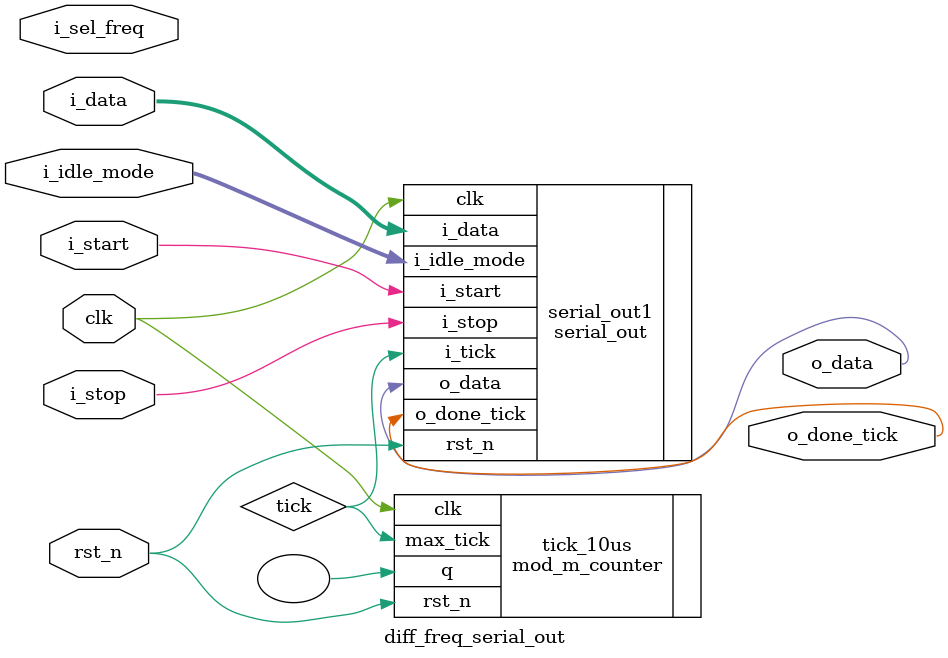
<source format=v>
/*
Filename    : diff_freq_serial_out.v
Simulation  : ModelSim 10.2c, Debussy 5.4 v9
Description : Serially output 32-bit data by different frequency
Author      : Tim.Li
Release     : 12/16/2020 v1.0
*/

module diff_freq_serial_out #(
  parameter       DATA_BIT     = 16,
  parameter       TICK_PER_BIT = 16,
  parameter [7:0] LOW_FREQ     = 20,
  parameter [7:0] HIGH_FREQ    = 10
) (
  input                 clk,
  input                 rst_n,
  input                 i_sel_freq,  // select high/low frequency
  input                 i_start,
  input                 i_stop,
  input  [1:0]          i_idle_mode, // high, low, keep, repeat
  input  [DATA_BIT-1:0] i_data,
  output                o_data,      // idle state is low
  output                o_done_tick
);

wire tick;

serial_out #(
  .DATA_BIT     (DATA_BIT), 
  .TICK_PER_BIT (TICK_PER_BIT)
) serial_out1 (
  .clk          (clk),
  .rst_n        (rst_n),
  .i_tick       (tick),  // select high/low frequency
  .i_start      (i_start),
  .i_stop       (i_stop),
  .i_idle_mode  (i_idle_mode), // high, low, keep, repeat
  .i_data       (i_data),
  .o_data       (o_data),      // idle state is low
  .o_done_tick  (o_done_tick)
);

mod_m_counter #(
  .MOD      (2)
) tick_10us (
  .clk      (clk),
  .rst_n    (rst_n),
  .max_tick (tick),
  .q        ()
);

endmodule

</source>
